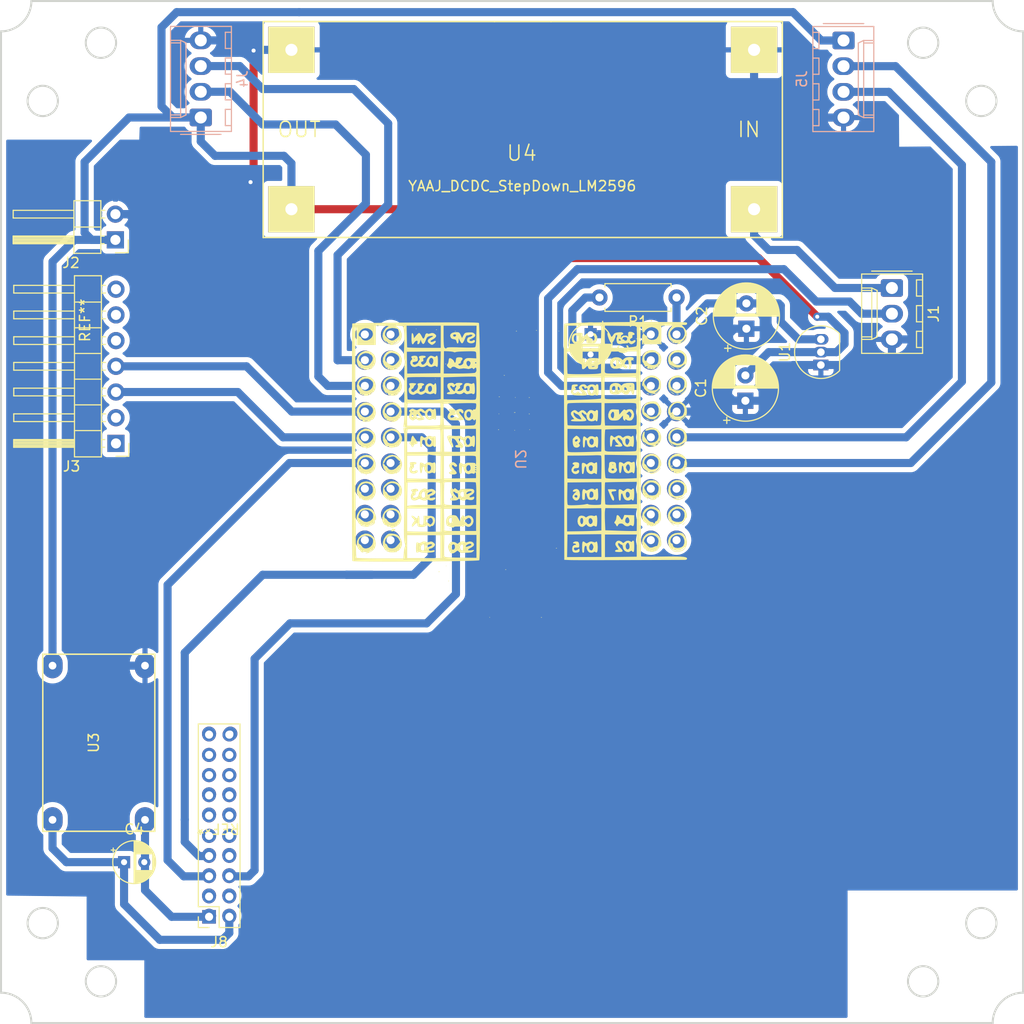
<source format=kicad_pcb>
(kicad_pcb (version 20211014) (generator pcbnew)
  (layers (0 "F.Cu" signal) (31 "B.Cu" signal) (34 "B.Paste" user) (35 "F.Paste" user) (36 "B.SilkS" user "B.Silkscreen") (37 "F.SilkS" user "F.Silkscreen") (38 "B.Mask" user) (39 "F.Mask" user) (44 "Edge.Cuts" user))
  (net 0 "")
  (net 1 "VBAT")
  (net 2 "GND")
  (net 4 "abortSig")
  (net 5 "SCL")
  (net 6 "SDA")
  (net 10 "PAYLOAD1RX")
  (net 11 "PAYLOAD1TX")
  (net 12 "PAYLOAD2RX")
  (net 13 "PAYLOAD2TX")
  (net 14 "3V3")
  (net 15 "Net-(C3-Pad2)")
  (net 37 "BAT++")
  (net 38 "Net-(C4-Pad1)")
  (net 39 "Net-(C4-Pad2)")
  (net 43 "xtendRX")
  (net 44 "xtendTX")
  (net 45 "xtendPWR")
  (net 47 "xtendCTS")
  (net 48 "xtendRTS")
  (footprint "Package_TO_SOT_THT:TO-92_Inline" (layer "F.Cu") (at 197.26 75.67 90)
    (fp_text reference "U1" (at 1.27 -3.56 90) (layer "F.SilkS"))
    (fp_text value "MCP1700-2802E_TO92")
    (pad "1" thru_hole rect (at 0 0 90) (size 1.05 1.5) (drill 0.75) (layers *.Cu *.Mask) (net 2 "GND"))
    (pad "2" thru_hole oval (at 1.27 0 90) (size 1.05 1.5) (drill 0.75) (layers *.Cu *.Mask) (net 1 "VBAT"))
    (pad "3" thru_hole oval (at 2.54 0 90) (size 1.05 1.5) (drill 0.75) (layers *.Cu *.Mask) (net 14 "3V3"))
  )
  (footprint "Connector_PinSocket_2.00mm:PinSocket_2x10_P2.00mm_Vertical" (layer "F.Cu") (at 136.8 130.2 180)
    (fp_text reference "J8" (at -1 -2.5) (layer "F.SilkS"))
    (fp_text value "Conn_02x10_Odd_Even")
    (pad "1" thru_hole rect (at 0 0 180) (size 1.35 1.35) (drill 0.8) (layers *.Cu *.Mask) (net 39 "Net-(C4-Pad2)"))
    (pad "2" thru_hole oval (at -2 0 180) (size 1.35 1.35) (drill 0.8) (layers *.Cu *.Mask) (net 38 "Net-(C4-Pad1)"))
    (pad "3" thru_hole oval (at 0 2 180) (size 1.35 1.35) (drill 0.8) (layers *.Cu *.Mask))
    (pad "4" thru_hole oval (at -2 2 180) (size 1.35 1.35) (drill 0.8) (layers *.Cu *.Mask))
    (pad "5" thru_hole oval (at 0 4 180) (size 1.35 1.35) (drill 0.8) (layers *.Cu *.Mask) (net 43 "xtendRX"))
    (pad "6" thru_hole oval (at -2 4 180) (size 1.35 1.35) (drill 0.8) (layers *.Cu *.Mask) (net 44 "xtendTX"))
    (pad "7" thru_hole oval (at 0 6 180) (size 1.35 1.35) (drill 0.8) (layers *.Cu *.Mask) (net 45 "xtendPWR"))
    (pad "8" thru_hole oval (at -2 6 180) (size 1.35 1.35) (drill 0.8) (layers *.Cu *.Mask))
    (pad "9" thru_hole oval (at 0 8 180) (size 1.35 1.35) (drill 0.8) (layers *.Cu *.Mask) (net 47 "xtendCTS"))
    (pad "10" thru_hole oval (at -2 8 180) (size 1.35 1.35) (drill 0.8) (layers *.Cu *.Mask) (net 48 "xtendRTS"))
    (pad "11" thru_hole oval (at 0 10 180) (size 1.35 1.35) (drill 0.8) (layers *.Cu *.Mask))
    (pad "12" thru_hole oval (at -2 10 180) (size 1.35 1.35) (drill 0.8) (layers *.Cu *.Mask))
    (pad "13" thru_hole oval (at 0 12 180) (size 1.35 1.35) (drill 0.8) (layers *.Cu *.Mask))
    (pad "14" thru_hole oval (at -2 12 180) (size 1.35 1.35) (drill 0.8) (layers *.Cu *.Mask))
    (pad "15" thru_hole oval (at 0 14 180) (size 1.35 1.35) (drill 0.8) (layers *.Cu *.Mask))
    (pad "16" thru_hole oval (at -2 14 180) (size 1.35 1.35) (drill 0.8) (layers *.Cu *.Mask))
    (pad "17" thru_hole oval (at 0 16 180) (size 1.35 1.35) (drill 0.8) (layers *.Cu *.Mask))
    (pad "18" thru_hole oval (at -2 16 180) (size 1.35 1.35) (drill 0.8) (layers *.Cu *.Mask))
    (pad "19" thru_hole oval (at 0 18 180) (size 1.35 1.35) (drill 0.8) (layers *.Cu *.Mask))
    (pad "20" thru_hole oval (at -2 18 180) (size 1.35 1.35) (drill 0.8) (layers *.Cu *.Mask))
  )
  (footprint "Capacitor_THT:CP_Radial_D6.3mm_P2.50mm" (layer "F.Cu") (at 189.8 79.2 90)
    (fp_text reference "C1" (at 1.25 -4.4 90) (layer "F.SilkS"))
    (fp_text value "100u")
    (pad "1" thru_hole rect (at 0 0 90) (size 1.6 1.6) (drill 0.8) (layers *.Cu *.Mask) (net 2 "GND"))
    (pad "2" thru_hole circle (at 2.5 0 90) (size 1.6 1.6) (drill 0.8) (layers *.Cu *.Mask) (net 1 "VBAT"))
  )
  (footprint "Capacitor_THT:CP_Radial_D4.0mm_P2.00mm" (layer "F.Cu") (at 128.4 124.8)
    (fp_text reference "C4" (at 1 -3.25) (layer "F.SilkS"))
    (fp_text value "100uF")
    (pad "1" thru_hole rect (at 0 0) (size 1.2 1.2) (drill 0.6) (layers *.Cu *.Mask) (net 38 "Net-(C4-Pad1)"))
    (pad "2" thru_hole circle (at 2 0) (size 1.2 1.2) (drill 0.6) (layers *.Cu *.Mask) (net 39 "Net-(C4-Pad2)"))
  )
  (footprint "mini360:Mini360_step-down" (layer "F.Cu") (at 125.9 113 -90)
    (fp_text reference "U3" (at 0 0.5 90) (layer "F.SilkS"))
    (fp_text value "Mini360")
    (pad "1" thru_hole oval locked (at -7.62 -4.57 270) (size 2.5 2) (drill 0.762) (layers *.Cu *.Mask) (net 2 "GND"))
    (pad "2" thru_hole oval locked (at -7.62 4.57 270) (size 2.5 2) (drill 0.762) (layers *.Cu *.Mask) (net 1 "VBAT"))
    (pad "3" thru_hole oval locked (at 7.62 -4.57 270) (size 2.5 2) (drill 0.762) (layers *.Cu *.Mask) (net 39 "Net-(C4-Pad2)"))
    (pad "4" thru_hole oval locked (at 7.62 4.57 270) (size 2.5 2) (drill 0.762) (layers *.Cu *.Mask) (net 38 "Net-(C4-Pad1)"))
  )
  (footprint "Connector_PinHeader_2.54mm:PinHeader_1x02_P2.54mm_Horizontal" (layer "F.Cu") (at 127.545 63.305 180)
    (fp_text reference "J2" (at 4.385 -2.27) (layer "F.SilkS"))
    (fp_text value "Conn_01x02_Male")
    (pad "1" thru_hole rect (at 0 0 180) (size 1.7 1.7) (drill 1) (layers *.Cu *.Mask) (net 1 "VBAT"))
    (pad "2" thru_hole oval (at 0 2.54 180) (size 1.7 1.7) (drill 1) (layers *.Cu *.Mask) (net 2 "GND"))
  )
  (footprint "Connector_PinHeader_2.54mm:PinHeader_1x07_P2.54mm_Horizontal" (layer "F.Cu") (at 127.6 83.42 180)
    (fp_text reference "J3" (at 4.385 -2.27) (layer "F.SilkS"))
    (fp_text value "Conn_01x07_Male")
    (pad "1" thru_hole rect (at 0 0 180) (size 1.7 1.7) (drill 1) (layers *.Cu *.Mask))
    (pad "2" thru_hole oval (at 0 2.54 180) (size 1.7 1.7) (drill 1) (layers *.Cu *.Mask))
    (pad "3" thru_hole oval (at 0 5.08 180) (size 1.7 1.7) (drill 1) (layers *.Cu *.Mask) (net 5 "SCL"))
    (pad "4" thru_hole oval (at 0 7.62 180) (size 1.7 1.7) (drill 1) (layers *.Cu *.Mask) (net 6 "SDA"))
    (pad "5" thru_hole oval (at 0 10.16 180) (size 1.7 1.7) (drill 1) (layers *.Cu *.Mask))
    (pad "6" thru_hole oval (at 0 12.7 180) (size 1.7 1.7) (drill 1) (layers *.Cu *.Mask))
    (pad "7" thru_hole oval (at 0 15.24 180) (size 1.7 1.7) (drill 1) (layers *.Cu *.Mask))
  )
  (footprint "9xtend:9xtend" (layer "F.Cu") (at 137.7 121 180)
    (fp_text reference "REF**" (at 0 -0.5 180 unlocked) (layer "F.SilkS"))
    (fp_text value "9xtend")
    (pad "1" thru_hole circle (at 0.9 8.9 180) (size 1.4 1.4) (drill 0.6) (layers *.Cu *.Mask))
    (pad "2" thru_hole circle (at -1.2 8.9 180) (size 1.4 1.4) (drill 0.6) (layers *.Cu *.Mask))
    (pad "3" thru_hole circle (at 0.9 6.8 180) (size 1.4 1.4) (drill 0.6) (layers *.Cu *.Mask))
    (pad "4" thru_hole circle (at -1.1 6.8 180) (size 1.4 1.4) (drill 0.6) (layers *.Cu *.Mask))
    (pad "5" thru_hole circle (at 0.9 4.8 180) (size 1.4 1.4) (drill 0.6) (layers *.Cu *.Mask))
    (pad "6" thru_hole circle (at -1.1 4.8 180) (size 1.4 1.4) (drill 0.6) (layers *.Cu *.Mask))
    (pad "7" thru_hole circle (at 0.9 2.9 180) (size 1.4 1.4) (drill 0.6) (layers *.Cu *.Mask))
    (pad "8" thru_hole circle (at -1.1 2.9 180) (size 1.4 1.4) (drill 0.6) (layers *.Cu *.Mask))
    (pad "9" thru_hole circle (at 0.9 0.9 180) (size 1.4 1.4) (drill 0.6) (layers *.Cu *.Mask))
    (pad "10" thru_hole circle (at -1.1 0.9 180) (size 1.4 1.4) (drill 0.6) (layers *.Cu *.Mask))
    (pad "11" thru_hole circle (at 0.9 -1.2 180) (size 1.4 1.4) (drill 0.6) (layers *.Cu *.Mask))
    (pad "12" thru_hole circle (at -1.1 -1.2 180) (size 1.4 1.4) (drill 0.6) (layers *.Cu *.Mask))
    (pad "13" thru_hole circle (at 0.9 -3.1 180) (size 1.4 1.4) (drill 0.6) (layers *.Cu *.Mask))
    (pad "14" thru_hole circle (at -1.1 -3.1 180) (size 1.4 1.4) (drill 0.6) (layers *.Cu *.Mask))
    (pad "15" thru_hole circle (at 0.9 -5.1 180) (size 1.4 1.4) (drill 0.6) (layers *.Cu *.Mask))
    (pad "16" thru_hole circle (at -1.1 -5.1 180) (size 1.4 1.4) (drill 0.6) (layers *.Cu *.Mask))
    (pad "17" thru_hole circle (at 0.9 -7.1 180) (size 1.4 1.4) (drill 0.6) (layers *.Cu *.Mask))
    (pad "18" thru_hole circle (at -1.1 -7.1 180) (size 1.4 1.4) (drill 0.6) (layers *.Cu *.Mask))
    (pad "19" thru_hole circle (at 0.9 -9.1 180) (size 1.4 1.4) (drill 0.6) (layers *.Cu *.Mask))
    (pad "20" thru_hole circle (at -1.1 -9.1 180) (size 1.4 1.4) (drill 0.6) (layers *.Cu *.Mask))
  )
  (footprint "Capacitor_THT:CP_Radial_D6.3mm_P2.50mm" (layer "F.Cu") (at 189.9 72.08238 90)
    (fp_text reference "C2" (at 1.25 -4.4 90) (layer "F.SilkS"))
    (fp_text value "100u")
    (pad "1" thru_hole rect (at 0 0 90) (size 1.6 1.6) (drill 0.8) (layers *.Cu *.Mask) (net 2 "GND"))
    (pad "2" thru_hole circle (at 2.5 0 90) (size 1.6 1.6) (drill 0.8) (layers *.Cu *.Mask) (net 14 "3V3"))
  )
  (footprint "Resistor_THT:R_Axial_DIN0207_L6.3mm_D2.5mm_P7.62mm_Horizontal" (layer "F.Cu") (at 183 69 180)
    (fp_text reference "R1" (at 3.81 -2.37) (layer "F.SilkS"))
    (fp_text value "10k")
    (pad "1" thru_hole circle (at 0 0 180) (size 1.6 1.6) (drill 0.8) (layers *.Cu *.Mask) (net 14 "3V3"))
    (pad "2" thru_hole oval (at 7.62 0 180) (size 1.6 1.6) (drill 0.8) (layers *.Cu *.Mask) (net 15 "Net-(C3-Pad2)"))
  )
  (footprint "lm2596:DC_DC_LM2596_small" (layer "F.Cu") (at 167.8 52.4 180)
    (fp_text reference "U4" (at 0.1016 -2.3368) (layer "F.SilkS") (effects (font (size 1.5 1.5))))
    (fp_text value "YAAJ_DCDC_StepDown_LM2596" (at 0.0508 -5.588) (layer "F.SilkS"))
    (fp_text user "IN" (at -22.352 0) (layer "F.SilkS") (effects (font (size 1.5 1.5))))
    (fp_text user "OUT" (at 22.098 0) (layer "F.SilkS") (effects (font (size 1.5 1.5))))
    (pad "1" thru_hole rect (at -22.86 -7.874 180) (size 4.572 4.572) (drill 1.2) (layers *.Cu *.Mask "F.SilkS") (net 37 "BAT++"))
    (pad "2" thru_hole rect (at -22.86 7.874 180) (size 4.572 4.572) (drill 1.2) (layers *.Cu *.Mask "F.SilkS") (net 2 "GND"))
    (pad "3" thru_hole rect (at 22.86 7.874 180) (size 4.572 4.572) (drill 1.2) (layers *.Cu *.Mask "F.SilkS") (net 2 "GND"))
    (pad "4" thru_hole rect (at 22.86 -7.874 180) (size 4.572 4.572) (drill 1.2) (layers *.Cu *.Mask "F.SilkS") (net 1 "VBAT"))
  )
  (footprint "LightAPRS:LightAPRS" (layer "F.Cu") (at 128.84 71.65 90)
    (fp_text reference "REF**" (at 0.4 -4.3 90 unlocked) (layer "F.SilkS"))
    (fp_text value "LightAPRS")
    (pad "1" thru_hole circle (at 10.85 -1.34 90) (size 1.524 1.524) (drill 0.762) (layers *.Cu *.Mask))
    (pad "2" thru_hole circle (at 8.31 -1.35 90) (size 1.524 1.524) (drill 0.762) (layers *.Cu *.Mask))
  )
  (footprint "Capacitor_THT:CP_Radial_D4.0mm_P2.00mm" (layer "F.Cu") (at 174.5 72.627401 -90)
    (fp_text reference "C3" (at 1 -3.25 90) (layer "F.SilkS"))
    (fp_text value "10u")
    (pad "1" thru_hole rect (at 0 0 270) (size 1.2 1.2) (drill 0.6) (layers *.Cu *.Mask) (net 2 "GND"))
    (pad "2" thru_hole circle (at 2 0 270) (size 1.2 1.2) (drill 0.6) (layers *.Cu *.Mask) (net 15 "Net-(C3-Pad2)"))
  )
  (footprint "Connector_Molex:Molex_KK-254_AE-6410-03A_1x03_P2.54mm_Vertical" (layer "F.Cu") (at 204.28 68.06 -90)
    (fp_text reference "J1" (at 2.54 -4.12 90) (layer "F.SilkS"))
    (fp_text value "Conn_01x03_Male")
    (pad "1" thru_hole roundrect (at 0 0 270) (size 1.74 2.19) (drill 1.19) (layers *.Cu *.Mask) (roundrect_rratio 0.143678) (net 37 "BAT++"))
    (pad "2" thru_hole oval (at 2.54 0 270) (size 1.74 2.19) (drill 1.19) (layers *.Cu *.Mask) (net 4 "abortSig"))
    (pad "3" thru_hole oval (at 5.08 0 270) (size 1.74 2.19) (drill 1.19) (layers *.Cu *.Mask) (net 2 "GND"))
  )
  (footprint "ESP32:esp32_breakout" (layer "F.Cu") (at 168.258056 82.028888)
    (fp_text reference "U2" (at -0.703056 2.956112 -90 unlocked) (layer "B.SilkS") (effects (justify mirror)))
    (fp_text value "ESP32-WROOM-E")
    (pad "1" thru_hole circle (at 12.196944 -9.373888 270) (size 1.9 1.9) (drill 0.8) (layers *.Cu *.Mask) (net 2 "GND"))
    (pad "2" thru_hole circle (at 14.736944 -9.373888 270) (size 1.9 1.9) (drill 0.8) (layers *.Cu *.Mask) (net 14 "3V3"))
    (pad "3" thru_hole circle (at 12.196944 -6.833888 270) (size 1.9 1.9) (drill 0.8) (layers *.Cu *.Mask) (net 15 "Net-(C3-Pad2)"))
    (pad "4" thru_hole circle (at -13.523056 -9.373888 270) (size 1.9 1.9) (drill 0.8) (layers *.Cu *.Mask))
    (pad "5" thru_hole circle (at -16.063056 -9.373888 270) (size 1.9 1.9) (drill 0.8) (layers *.Cu *.Mask))
    (pad "6" thru_hole circle (at -13.523056 -6.833888 270) (size 1.9 1.9) (drill 0.8) (layers *.Cu *.Mask))
    (pad "7" thru_hole circle (at -16.063056 -6.833888 270) (size 1.9 1.9) (drill 0.8) (layers *.Cu *.Mask) (net 11 "PAYLOAD1TX"))
    (pad "8" thru_hole circle (at -13.523056 -4.293888 270) (size 1.9 1.9) (drill 0.8) (layers *.Cu *.Mask))
    (pad "9" thru_hole circle (at -16.063056 -4.293888 270) (size 1.9 1.9) (drill 0.8) (layers *.Cu *.Mask) (net 10 "PAYLOAD1RX"))
    (pad "10" thru_hole circle (at -13.523056 -1.753888 270) (size 1.9 1.9) (drill 0.8) (layers *.Cu *.Mask) (net 44 "xtendTX"))
    (pad "11" thru_hole circle (at -16.063056 -1.753888 270) (size 1.9 1.9) (drill 0.8) (layers *.Cu *.Mask) (net 6 "SDA"))
    (pad "12" thru_hole circle (at -13.523056 0.786112 270) (size 1.9 1.9) (drill 0.8) (layers *.Cu *.Mask) (net 45 "xtendPWR"))
    (pad "13" thru_hole circle (at -16.063056 0.786112 270) (size 1.9 1.9) (drill 0.8) (layers *.Cu *.Mask) (net 5 "SCL"))
    (pad "14" thru_hole circle (at -13.523056 3.326112 270) (size 1.9 1.9) (drill 0.8) (layers *.Cu *.Mask))
    (pad "16" thru_hole circle (at -16.063056 3.326112 270) (size 1.9 1.9) (drill 0.8) (layers *.Cu *.Mask) (net 43 "xtendRX"))
    (pad "17" thru_hole circle (at -13.523056 5.866112 270) (size 1.9 1.9) (drill 0.8) (layers *.Cu *.Mask))
    (pad "18" thru_hole circle (at -16.063056 5.866112 270) (size 1.9 1.9) (drill 0.8) (layers *.Cu *.Mask))
    (pad "19" thru_hole circle (at -13.523056 8.406112 270) (size 1.9 1.9) (drill 0.8) (layers *.Cu *.Mask))
    (pad "20" thru_hole circle (at -16.063056 8.406112 270) (size 1.9 1.9) (drill 0.8) (layers *.Cu *.Mask))
    (pad "21" thru_hole circle (at -13.523056 10.946112 270) (size 1.9 1.9) (drill 0.8) (layers *.Cu *.Mask))
    (pad "22" thru_hole circle (at -16.063056 10.946112 270) (size 1.9 1.9) (drill 0.8) (layers *.Cu *.Mask))
    (pad "23" thru_hole circle (at 12.196944 3.326112 270) (size 1.9 1.9) (drill 0.8) (layers *.Cu *.Mask))
    (pad "23" thru_hole circle (at 12.196944 10.946112 270) (size 1.9 1.9) (drill 0.8) (layers *.Cu *.Mask))
    (pad "24" thru_hole circle (at 14.736944 10.946112 270) (size 1.9 1.9) (drill 0.8) (layers *.Cu *.Mask))
    (pad "25" thru_hole circle (at 12.196944 8.406112 270) (size 1.9 1.9) (drill 0.8) (layers *.Cu *.Mask))
    (pad "26" thru_hole circle (at 14.736944 8.406112 270) (size 1.9 1.9) (drill 0.8) (layers *.Cu *.Mask))
    (pad "27" thru_hole circle (at 12.196944 5.866112 270) (size 1.9 1.9) (drill 0.8) (layers *.Cu *.Mask))
    (pad "28" thru_hole circle (at 14.736944 5.866112 270) (size 1.9 1.9) (drill 0.8) (layers *.Cu *.Mask))
    (pad "30" thru_hole circle (at 14.736944 3.326112 270) (size 1.9 1.9) (drill 0.8) (layers *.Cu *.Mask) (net 12 "PAYLOAD2RX"))
    (pad "31" thru_hole circle (at 12.196944 0.786112 270) (size 1.9 1.9) (drill 0.8) (layers *.Cu *.Mask))
    (pad "33" thru_hole circle (at 14.736944 0.786112 270) (size 1.9 1.9) (drill 0.8) (layers *.Cu *.Mask) (net 13 "PAYLOAD2TX"))
    (pad "34" thru_hole circle (at 14.736944 -4.293888 270) (size 1.9 1.9) (drill 0.8) (layers *.Cu *.Mask))
    (pad "35" thru_hole circle (at 14.736944 -6.833888 270) (size 1.9 1.9) (drill 0.8) (layers *.Cu *.Mask))
    (pad "36" thru_hole circle (at 12.196944 -1.753888 270) (size 1.9 1.9) (drill 0.8) (layers *.Cu *.Mask))
    (pad "37" thru_hole circle (at 12.196944 -4.293888 270) (size 1.9 1.9) (drill 0.8) (layers *.Cu *.Mask) (net 4 "abortSig"))
    (pad "38" thru_hole circle (at 14.736944 -1.753888 270) (size 1.9 1.9) (drill 0.8) (layers *.Cu *.Mask) (net 2 "GND"))
  )
  (footprint "Connector_Molex:Molex_KK-254_AE-6410-04A_1x04_P2.54mm_Vertical" (layer "B.Cu") (at 199.5 43.6 -90)
    (fp_text reference "J5" (at 3.81 4.12 -270) (layer "B.SilkS") (effects (justify mirror)))
    (fp_text value "Conn_01x04_Male")
    (pad "1" thru_hole roundrect (at 0 0 270) (size 1.74 2.19) (drill 1.19) (layers *.Cu *.Mask) (roundrect_rratio 0.143678) (net 1 "VBAT"))
    (pad "2" thru_hole oval (at 2.54 0 270) (size 1.74 2.19) (drill 1.19) (layers *.Cu *.Mask) (net 12 "PAYLOAD2RX"))
    (pad "3" thru_hole oval (at 5.08 0 270) (size 1.74 2.19) (drill 1.19) (layers *.Cu *.Mask) (net 13 "PAYLOAD2TX"))
    (pad "4" thru_hole oval (at 7.62 0 270) (size 1.74 2.19) (drill 1.19) (layers *.Cu *.Mask) (net 2 "GND"))
  )
  (footprint "Connector_Molex:Molex_KK-254_AE-6410-04A_1x04_P2.54mm_Vertical" (layer "B.Cu") (at 135.98 51.21 90)
    (fp_text reference "J4" (at 3.81 4.12 90) (layer "B.SilkS") (effects (justify mirror)))
    (fp_text value "Conn_01x04_Male")
    (pad "1" thru_hole roundrect (at 0 0 90) (size 1.74 2.19) (drill 1.19) (layers *.Cu *.Mask) (roundrect_rratio 0.143678) (net 1 "VBAT"))
    (pad "2" thru_hole oval (at 2.54 0 90) (size 1.74 2.19) (drill 1.19) (layers *.Cu *.Mask) (net 10 "PAYLOAD1RX"))
    (pad "3" thru_hole oval (at 5.08 0 90) (size 1.74 2.19) (drill 1.19) (layers *.Cu *.Mask) (net 11 "PAYLOAD1TX"))
    (pad "4" thru_hole oval (at 7.62 0 90) (size 1.74 2.19) (drill 1.19) (layers *.Cu *.Mask) (net 2 "GND"))
  )
  (gr_line (start 116.24 137.7) (end 116.24 42.7) (layer "Edge.Cuts") (width 0.2))
  (gr_arc (start 217.24 42.7) (mid 215.11868 41.82132) (end 214.24 39.7) (layer "Edge.Cuts") (width 0.2))
  (gr_circle (center 126.115 43.825) (end 127.615 43.825) (layer "Edge.Cuts") (width 0.2) (fill none))
  (gr_arc (start 116.24 137.7) (mid 118.36132 138.57868) (end 119.24 140.7) (layer "Edge.Cuts") (width 0.2))
  (gr_circle (center 126.115 136.575) (end 127.615 136.575) (layer "Edge.Cuts") (width 0.2) (fill none))
  (gr_line (start 119.24 39.7) (end 214.24 39.7) (layer "Edge.Cuts") (width 0.2))
  (gr_circle (center 120.365 130.825) (end 121.865 130.825) (layer "Edge.Cuts") (width 0.2) (fill none))
  (gr_arc (start 119.24 39.7) (mid 118.36132 41.82132) (end 116.24 42.7) (layer "Edge.Cuts") (width 0.2))
  (gr_arc (start 214.24 140.7) (mid 215.11868 138.57868) (end 217.24 137.7) (layer "Edge.Cuts") (width 0.2))
  (gr_circle (center 120.365 49.575) (end 121.865 49.575) (layer "Edge.Cuts") (width 0.2) (fill none))
  (gr_circle (center 207.365 136.575) (end 208.865 136.575) (layer "Edge.Cuts") (width 0.2) (fill none))
  (gr_line (start 217.24 42.7) (end 217.24 137.7) (layer "Edge.Cuts") (width 0.2))
  (gr_circle (center 213.115 130.825) (end 214.615 130.825) (layer "Edge.Cuts") (width 0.2) (fill none))
  (gr_circle (center 213.115 49.575) (end 214.615 49.575) (layer "Edge.Cuts") (width 0.2) (fill none))
  (gr_line (start 214.24 140.7) (end 119.24 140.7) (layer "Edge.Cuts") (width 0.2))
  (gr_circle (center 207.365 43.825) (end 208.865 43.825) (layer "Edge.Cuts") (width 0.2) (fill none))
  (segment (start 170.7 65.1) (end 165.874 60.274) (width 0.8) (layer "F.Cu") (net 1))
  (segment (start 191.1 65.1) (end 170.7 65.1) (width 0.8) (layer "F.Cu") (net 1))
  (segment (start 127.455 63.395) (end 127.545 63.305) (width 0.8) (layer "F.Cu") (net 1))
  (segment (start 196.9 70.9) (end 191.1 65.1) (width 0.8) (layer "F.Cu") (net 1))
  (segment (start 165.874 60.274) (end 144.94 60.274) (width 0.8) (layer "F.Cu") (net 1))
  (via (at 196.9 70.9) (size 0.8) (drill 0.4) (layers "F.Cu" "B.Cu") (net 1))
  (segment (start 124.5 55.6) (end 128.89 51.21) (width 0.8) (layer "B.Cu") (net 1))
  (segment (start 121.33 65.47) (end 121.33 103.17) (width 0.8) (layer "B.Cu") (net 1))
  (segment (start 132.1 42.3) (end 133.6 40.8) (width 0.8) (layer "B.Cu") (net 1))
  (segment (start 133.6 40.8) (end 145.7 40.8) (width 0.8) (layer "B.Cu") (net 1))
  (segment (start 199.6 72.5) (end 198 70.9) (width 0.8) (layer "B.Cu") (net 1))
  (segment (start 123.495 63.305) (end 121.33 65.47) (width 0.8) (layer "B.Cu") (net 1))
  (segment (start 199.5 43.6) (end 197.3 43.6) (width 0.8) (layer "B.Cu") (net 1))
  (segment (start 125.205 63.305) (end 124.5 62.6) (width 0.8) (layer "B.Cu") (net 1))
  (segment (start 192.1 74.4) (end 197.26 74.4) (width 0.8) (layer "B.Cu") (net 1))
  (segment (start 127.545 63.305) (end 123.495 63.305) (width 0.8) (layer "B.Cu") (net 1))
  (segment (start 197.3 43.6) (end 194.5 40.8) (width 0.8) (layer "B.Cu") (net 1))
  (segment (start 199.6 73.6) (end 199.6 72.5) (width 0.8) (layer "B.Cu") (net 1))
  (segment (start 194.5 40.8) (end 145.7 40.8) (width 0.8) (layer "B.Cu") (net 1))
  (segment (start 198.8 74.4) (end 199.6 73.6) (width 0.8) (layer "B.Cu") (net 1))
  (segment (start 144.94 60.274) (end 144.94 55.74) (width 0.8) (layer "B.Cu") (net 1))
  (segment (start 135.98 53.58) (end 135.98 51.21) (width 0.8) (layer "B.Cu") (net 1))
  (segment (start 189.8 76.7) (end 192.1 74.4) (width 0.8) (layer "B.Cu") (net 1))
  (segment (start 133.21 51.21) (end 132.1 50.1) (width 0.8) (layer "B.Cu") (net 1))
  (segment (start 132.1 50.1) (end 132.1 42.3) (width 0.8) (layer "B.Cu") (net 1))
  (segment (start 137.4 55) (end 135.98 53.58) (width 0.8) (layer "B.Cu") (net 1))
  (segment (start 144.94 55.74) (end 144.2 55) (width 0.8) (layer "B.Cu") (net 1))
  (segment (start 135.98 51.21) (end 133.21 51.21) (width 0.8) (layer "B.Cu") (net 1))
  (segment (start 197.26 74.4) (end 198.8 74.4) (width 0.8) (layer "B.Cu") (net 1))
  (segment (start 198 70.9) (end 196.9 70.9) (width 0.8) (layer "B.Cu") (net 1))
  (segment (start 144.2 55) (end 137.4 55) (width 0.8) (layer "B.Cu") (net 1))
  (segment (start 121.33 105.38) (end 121.33 103.17) (width 0.8) (layer "B.Cu") (net 1))
  (segment (start 127.545 63.305) (end 125.205 63.305) (width 0.8) (layer "B.Cu") (net 1))
  (segment (start 128.89 51.21) (end 135.98 51.21) (width 0.8) (layer "B.Cu") (net 1))
  (segment (start 124.5 62.6) (end 124.5 55.6) (width 0.8) (layer "B.Cu") (net 1))
  (segment (start 141.2 57.3) (end 141.2 44.6) (width 0.8) (layer "F.Cu") (net 2))
  (segment (start 140.9 57.6) (end 141.2 57.3) (width 0.8) (layer "F.Cu") (net 2))
  (via (at 140.9 57.6) (size 0.8) (drill 0.4) (layers "F.Cu" "B.Cu") (net 2))
  (via (at 141.2 44.6) (size 0.8) (drill 0.4) (layers "F.Cu" "B.Cu") (net 2))
  (segment (start 194.8 57.4) (end 194.1 56.7) (width 0.8) (layer "B.Cu") (net 2))
  (segment (start 189.9 72.08238) (end 188.71762 72.08238) (width 0.8) (layer "B.Cu") (net 2))
  (segment (start 199.5 51.22) (end 190.7 51.22) (width 0.8) (layer "B.Cu") (net 2))
  (segment (start 208.38 72.26) (end 208.38 67.76) (width 0.8) (layer "B.Cu") (net 2))
  (segment (start 185.425 80.275) (end 186.5 79.2) (width 0.8) (layer "B.Cu") (net 2))
  (segment (start 207.5 73.14) (end 208.38 72.26) (width 0.8) (layer "B.Cu") (net 2))
  (segment (start 135.98 43.59) (end 139.99 43.59) (width 0.8) (layer "B.Cu") (net 2))
  (segment (start 144.9 44.486) (end 144.94 44.526) (width 0.8) (layer "B.Cu") (net 2))
  (segment (start 137.735 60.765) (end 140.9 57.6) (width 0.8) (layer "B.Cu") (net 2))
  (segment (start 208.38 67.76) (end 206.28 65.66) (width 0.8) (layer "B.Cu") (net 2))
  (segment (start 129.8 61.7) (end 128.865 60.765) (width 0.8) (layer "B.Cu") (net 2))
  (segment (start 192 56.7) (end 190.66 55.36) (width 0.8) (layer "B.Cu") (net 2))
  (segment (start 190.66 44.526) (end 190.66 51.26) (width 0.8) (layer "B.Cu") (net 2))
  (segment (start 194.8 62) (end 194.8 57.4) (width 0.8) (layer "B.Cu") (net 2))
  (segment (start 194.53 75.67) (end 193.6 76.6) (width 0.8) (layer "B.Cu") (net 2))
  (segment (start 204.28 75.32) (end 204.28 73.14) (width 0.8) (layer "B.Cu") (net 2))
  (segment (start 124.7 65.6) (end 128.4 65.6) (width 0.8) (layer "B.Cu") (net 2))
  (segment (start 204.28 73.14) (end 207.5 73.14) (width 0.8) (layer "B.Cu") (net 2))
  (segment (start 129.8 64.4) (end 129.8 61.7) (width 0.8) (layer "B.Cu") (net 2))
  (segment (start 139.99 43.69) (end 139.99 43.59) (width 0.8) (layer "B.Cu") (net 2))
  (segment (start 140.974 44.526) (end 140.9 44.6) (width 0.8) (layer "B.Cu") (net 2))
  (segment (start 193.6 76.6) (end 193.6 78.7) (width 0.8) (layer "B.Cu") (net 2))
  (segment (start 194.1 56.7) (end 192 56.7) (width 0.8) (layer "B.Cu") (net 2))
  (segment (start 123.8 100.4) (end 123.8 66.5) (width 0.8) (layer "B.Cu") (net 2))
  (segment (start 123.8 66.5) (end 124.7 65.6) (width 0.8) (layer "B.Cu") (net 2))
  (segment (start 144.94 44.526) (end 140.974 44.526) (width 0.8) (layer "B.Cu") (net 2))
  (segment (start 193.1 79.2) (end 189.8 79.2) (width 0.8) (layer "B.Cu") (net 2))
  (segment (start 128.865 60.765) (end 127.545 60.765) (width 0.8) (layer "B.Cu") (net 2))
  (segment (start 189.8 79.2) (end 186.5 79.2) (width 0.8) (layer "B.Cu") (net 2))
  (segment (start 190.66 55.36) (end 190.66 51.26) (width 0.8) (layer "B.Cu") (net 2))
  (segment (start 187.8 73) (end 187.8 78.4) (width 0.8) (layer "B.Cu") (net 2))
  (segment (start 140.9 44.6) (end 139.99 43.69) (width 0.8) (layer "B.Cu") (net 2))
  (segment (start 188.6 79.2) (end 189.8 79.2) (width 0.8) (layer "B.Cu") (net 2))
  (segment (start 190.7 51.22) (end 190.66 51.26) (width 0.8) (layer "B.Cu") (net 2))
  (segment (start 174.5 72.627401) (end 180.427401 72.627401) (width 0.8) (layer "B.Cu") (net 2))
  (segment (start 128.78 105.38) (end 123.8 100.4) (width 0.8) (layer "B.Cu") (net 2))
  (segment (start 187.8 78.4) (end 188.6 79.2) (width 0.8) (layer "B.Cu") (net 2))
  (segment (start 206.28 65.66) (end 198.46 65.66) (width 0.8) (layer "B.Cu") (net 2))
  (segment (start 128.5 65.7) (end 129.8 64.4) (width 0.8) (layer "B.Cu") (net 2))
  (segment (start 198.46 65.66) (end 194.8 62) (width 0.8) (layer "B.Cu") (net 2))
  (segment (start 130.47 105.38) (end 128.78 105.38) (width 0.8) (layer "B.Cu") (net 2))
  (segment (start 188.71762 72.08238) (end 187.8 73) (width 0.8) (layer "B.Cu") (net 2))
  (segment (start 203.93 75.67) (end 204.28 75.32) (width 0.8) (layer "B.Cu") (net 2))
  (segment (start 180.427401 72.627401) (end 180.455 72.655) (width 0.8) (layer "B.Cu") (net 2))
  (segment (start 182.995 80.275) (end 185.425 80.275) (width 0.8) (layer "B.Cu") (net 2))
  (segment (start 128.4 65.6) (end 128.5 65.7) (width 0.8) (layer "B.Cu") (net 2))
  (segment (start 197.26 75.67) (end 194.53 75.67) (width 0.8) (layer "B.Cu") (net 2))
  (segment (start 127.545 60.765) (end 137.735 60.765) (width 0.8) (layer "B.Cu") (net 2))
  (segment (start 193.6 78.7) (end 193.1 79.2) (width 0.8) (layer "B.Cu") (net 2))
  (segment (start 197.26 75.67) (end 203.93 75.67) (width 0.8) (layer "B.Cu") (net 2))
  (segment (start 171.635 77.735) (end 180.455 77.735) (width 0.8) (layer "B.Cu") (net 4))
  (segment (start 200.1 69.4) (end 196.8 69.4) (width 0.8) (layer "B.Cu") (net 4))
  (segment (start 173.2 66.2) (end 170.3 69.1) (width 0.8) (layer "B.Cu") (net 4))
  (segment (start 194.95 67.55) (end 193.6 66.2) (width 0.8) (layer "B.Cu") (net 4))
  (segment (start 201.3 70.6) (end 200.1 69.4) (width 0.8) (layer "B.Cu") (net 4))
  (segment (start 196.8 69.4) (end 194.95 67.55) (width 0.8) (layer "B.Cu") (net 4))
  (segment (start 193.6 66.2) (end 173.2 66.2) (width 0.8) (layer "B.Cu") (net 4))
  (segment (start 170.3 69.1) (end 170.3 76.4) (width 0.8) (layer "B.Cu") (net 4))
  (segment (start 204.28 70.6) (end 201.3 70.6) (width 0.8) (layer "B.Cu") (net 4))
  (segment (start 170.3 76.4) (end 171.635 77.735) (width 0.8) (layer "B.Cu") (net 4))
  (segment (start 127.6 78.34) (end 139.64 78.34) (width 0.8) (layer "B.Cu") (net 5))
  (segment (start 144.115 82.815) (end 152.195 82.815) (width 0.8) (layer "B.Cu") (net 5))
  (segment (start 139.64 78.34) (end 144.115 82.815) (width 0.8) (layer "B.Cu") (net 5))
  (segment (start 144.975 80.275) (end 152.195 80.275) (width 0.8) (layer "B.Cu") (net 6))
  (segment (start 127.6 75.8) (end 140.5 75.8) (width 0.8) (layer "B.Cu") (net 6))
  (segment (start 140.5 75.8) (end 144.975 80.275) (width 0.8) (layer "B.Cu") (net 6))
  (segment (start 147.6 76.8) (end 148.535 77.735) (width 0.8) (layer "B.Cu") (net 10))
  (segment (start 147.6 64.4) (end 147.6 76.8) (width 0.8) (layer "B.Cu") (net 10))
  (segment (start 149.3 51.9) (end 152.3 54.9) (width 0.8) (layer "B.Cu") (net 10))
  (segment (start 152.3 54.9) (end 152.3 59.7) (width 0.8) (layer "B.Cu") (net 10))
  (segment (start 142.1 51.9) (end 149.3 51.9) (width 0.8) (layer "B.Cu") (net 10))
  (segment (start 148.535 77.735) (end 152.195 77.735) (width 0.8) (layer "B.Cu") (net 10))
  (segment (start 152.3 59.7) (end 147.6 64.4) (width 0.8) (layer "B.Cu") (net 10))
  (segment (start 138.87 48.67) (end 142.1 51.9) (width 0.8) (layer "B.Cu") (net 10))
  (segment (start 135.98 48.67) (end 138.87 48.67) (width 0.8) (layer "B.Cu") (net 10))
  (segment (start 154.5 59.8) (end 149.5 64.8) (width 0.8) (layer "B.Cu") (net 11))
  (segment (start 135.98 46.13) (end 139.83 46.13) (width 0.8) (layer "B.Cu") (net 11))
  (segment (start 149.5 64.8) (end 149.5 75.2) (width 0.8) (layer "B.Cu") (net 11))
  (segment (start 149.505 75.195) (end 152.195 75.195) (width 0.8) (layer "B.Cu") (net 11))
  (segment (start 142.1 48.4) (end 151.1 48.4) (width 0.8) (layer "B.Cu") (net 11))
  (segment (start 139.83 46.13) (end 142.1 48.4) (width 0.8) (layer "B.Cu") (net 11))
  (segment (start 149.5 75.2) (end 149.505 75.195) (width 0.8) (layer "B.Cu") (net 11))
  (segment (start 154.5 51.8) (end 154.5 59.8) (width 0.8) (layer "B.Cu") (net 11))
  (segment (start 151.1 48.4) (end 154.5 51.8) (width 0.8) (layer "B.Cu") (net 11))
  (segment (start 206.145 85.355) (end 214.1 77.4) (width 0.8) (layer "B.Cu") (net 12))
  (segment (start 214.1 55.6) (end 204.64 46.14) (width 0.8) (layer "B.Cu") (net 12))
  (segment (start 204.64 46.14) (end 199.5 46.14) (width 0.8) (layer "B.Cu") (net 12))
  (segment (start 182.995 85.355) (end 206.145 85.355) (width 0.8) (layer "B.Cu") (net 12))
  (segment (start 214.1 77.4) (end 214.1 55.6) (width 0.8) (layer "B.Cu") (net 12))
  (segment (start 211.2 77.3) (end 205.685 82.815) (width 0.8) (layer "B.Cu") (net 13))
  (segment (start 205.685 82.815) (end 182.995 82.815) (width 0.8) (layer "B.Cu") (net 13))
  (segment (start 211.2 55.9) (end 211.2 77.3) (width 0.8) (layer "B.Cu") (net 13))
  (segment (start 203.98 48.68) (end 211.2 55.9) (width 0.8) (layer "B.Cu") (net 13))
  (segment (start 199.5 48.68) (end 203.98 48.68) (width 0.8) (layer "B.Cu") (net 13))
  (segment (start 193.3 71.4) (end 193.3 69.8) (width 0.8) (layer "B.Cu") (net 14))
  (segment (start 193.3 69.8) (end 193.08238 69.58238) (width 0.8) (layer "B.Cu") (net 14))
  (segment (start 197.26 73.13) (end 195.03 73.13) (width 0.8) (layer "B.Cu") (net 14))
  (segment (start 186.06762 69.58238) (end 182.995 72.655) (width 0.8) (layer "B.Cu") (net 14))
  (segment (start 195.03 73.13) (end 193.3 71.4) (width 0.8) (layer "B.Cu") (net 14))
  (segment (start 182.995 69.005) (end 183 69) (width 0.8) (layer "B.Cu") (net 14))
  (segment (start 182.995 72.655) (end 182.995 69.005) (width 0.8) (layer "B.Cu") (net 14))
  (segment (start 189.9 69.58238) (end 186.06762 69.58238) (width 0.8) (layer "B.Cu") (net 14))
  (segment (start 193.08238 69.58238) (end 189.9 69.58238) (width 0.8) (layer "B.Cu") (net 14))
  (segment (start 173.627401 74.627401) (end 174.5 74.627401) (width 0.8) (layer "B.Cu") (net 15))
  (segment (start 177.795 75.195) (end 177.227401 74.627401) (width 0.8) (layer "B.Cu") (net 15))
  (segment (start 174 69) (end 172.7 70.3) (width 0.8) (layer "B.Cu") (net 15))
  (segment (start 172.7 73.7) (end 173.627401 74.627401) (width 0.8) (layer "B.Cu") (net 15))
  (segment (start 172.7 70.3) (end 172.7 73.7) (width 0.8) (layer "B.Cu") (net 15))
  (segment (start 180.455 75.195) (end 177.795 75.195) (width 0.8) (layer "B.Cu") (net 15))
  (segment (start 177.227401 74.627401) (end 174.5 74.627401) (width 0.8) (layer "B.Cu") (net 15))
  (segment (start 175.38 69) (end 174 69) (width 0.8) (layer "B.Cu") (net 15))
  (segment (start 198.66 68.06) (end 204.28 68.06) (width 0.8) (layer "B.Cu") (net 37))
  (segment (start 190.66 60.274) (end 190.66 62.86) (width 0.8) (layer "B.Cu") (net 37))
  (segment (start 190.66 62.86) (end 192.1 64.3) (width 0.8) (layer "B.Cu") (net 37))
  (segment (start 194.9 64.3) (end 198.66 68.06) (width 0.8) (layer "B.Cu") (net 37))
  (segment (start 192.1 64.3) (end 194.9 64.3) (width 0.8) (layer "B.Cu") (net 37))
  (segment (start 122.7 124.8) (end 128.4 124.8) (width 0.8) (layer "B.Cu") (net 38))
  (segment (start 128.4 124.8) (end 128.4 128.9452) (width 0.8) (layer "B.Cu") (net 38))
  (segment (start 121.33 120.62) (end 121.33 123.43) (width 0.8) (layer "B.Cu") (net 38))
  (segment (start 128.4 128.9452) (end 131.9274 132.4726) (width 0.8) (layer "B.Cu") (net 38))
  (segment (start 138.8 130.2) (end 138.8 131.8) (width 0.8) (layer "B.Cu") (net 38))
  (segment (start 138.1274 132.4726) (end 131.9274 132.4726) (width 0.8) (layer "B.Cu") (net 38))
  (segment (start 138.8 131.8) (end 138.1274 132.4726) (width 0.8) (layer "B.Cu") (net 38))
  (segment (start 121.33 123.43) (end 122.7 124.8) (width 0.8) (layer "B.Cu") (net 38))
  (segment (start 133.1 130.2) (end 130.47 127.57) (width 0.8) (layer "B.Cu") (net 39))
  (segment (start 136.8 130.2) (end 133.1 130.2) (width 0.8) (layer "B.Cu") (net 39))
  (segment (start 130.47 127.57) (end 130.47 124.13) (width 0.8) (layer "B.Cu") (net 39))
  (segment (start 130.47 124.13) (end 130.47 120.62) (width 0.8) (layer "B.Cu") (net 39))
  (segment (start 134.3 126.2) (end 132.7 124.6) (width 0.8) (layer "B.Cu") (net 43))
  (segment (start 132.7 124.6) (end 132.7 97.4) (width 0.8) (layer "B.Cu") (net 43))
  (segment (start 144.745 85.355) (end 152.195 85.355) (width 0.8) (layer "B.Cu") (net 43))
  (segment (start 132.7 97.4) (end 144.745 85.355) (width 0.8) (layer "B.Cu") (net 43))
  (segment (start 136.8 126.2) (end 134.3 126.2) (width 0.8) (layer "B.Cu") (net 43))
  (segment (start 141.3 104.7) (end 144.8 101.2) (width 0.8) (layer "B.Cu") (net 44))
  (segment (start 161.2 81.5) (end 159.975 80.275) (width 0.8) (layer "B.Cu") (net 44))
  (segment (start 140.7 126.2) (end 141.3 125.6) (width 0.8) (layer "B.Cu") (net 44))
  (segment (start 144.8 101.2) (end 158.3 101.2) (width 0.8) (layer "B.Cu") (net 44))
  (segment (start 138.8 126.2) (end 140.7 126.2) (width 0.8) (layer "B.Cu") (net 44))
  (segment (start 159.975 80.275) (end 154.735 80.275) (width 0.8) (layer "B.Cu") (net 44))
  (segment (start 158.3 101.2) (end 161.2 98.3) (width 0.8) (layer "B.Cu") (net 44))
  (segment (start 141.3 125.6) (end 141.3 104.7) (width 0.8) (layer "B.Cu") (net 44))
  (segment (start 161.2 98.3) (end 161.2 81.5) (width 0.8) (layer "B.Cu") (net 44))
  (segment (start 158.8 94.6) (end 157 96.4) (width 0.8) (layer "B.Cu") (net 45))
  (segment (start 157.815 82.815) (end 158.8 83.8) (width 0.8) (layer "B.Cu") (net 45))
  (segment (start 142.1 96.4) (end 150.4 96.4) (width 0.8) (layer "B.Cu") (net 45))
  (segment (start 134.4 122.8) (end 134.4 120.6) (width 0.8) (layer "B.Cu") (net 45))
  (segment (start 150.4 96.4) (end 152.9 96.4) (width 0.8) (layer "B.Cu") (net 45))
  (segment (start 158.8 83.8) (end 158.8 94.6) (width 0.8) (layer "B.Cu") (net 45))
  (segment (start 136.8 124.2) (end 135.8 124.2) (width 0.8) (layer "B.Cu") (net 45))
  (segment (start 134.4 104.1) (end 142.1 96.4) (width 0.8) (layer "B.Cu") (net 45))
  (segment (start 154.735 82.815) (end 157.815 82.815) (width 0.8) (layer "B.Cu") (net 45))
  (segment (start 157 96.4) (end 150.4 96.4) (width 0.8) (layer "B.Cu") (net 45))
  (segment (start 134.4 120.6) (end 134.4 104.1) (width 0.8) (layer "B.Cu") (net 45))
  (segment (start 135.8 124.2) (end 134.4 122.8) (width 0.8) (layer "B.Cu") (net 45))
  (zone (net 2) (net_name "GND") (layer "B.Cu") (connect_pads (clearance 0.508)) (min_thickness 0.254) (fill yes (thermal_gap 0.508) (thermal_bridge_width 0.508))
    (polygon (pts (xy 205 54.1) (xy 217.2 54) (xy 217.3 127.6) (xy 199.9 127.6) (xy 199.9 140.7) (xy 130.4 140.7) (xy 130.4 134.5) (xy 124.7 134.5) (xy 124.7 128.2) (xy 116.2 128.1) (xy 116.2 53.4) (xy 129.9 53.4) (xy 130.4 39.7) (xy 204.9 39.7)))
  )
)
</source>
